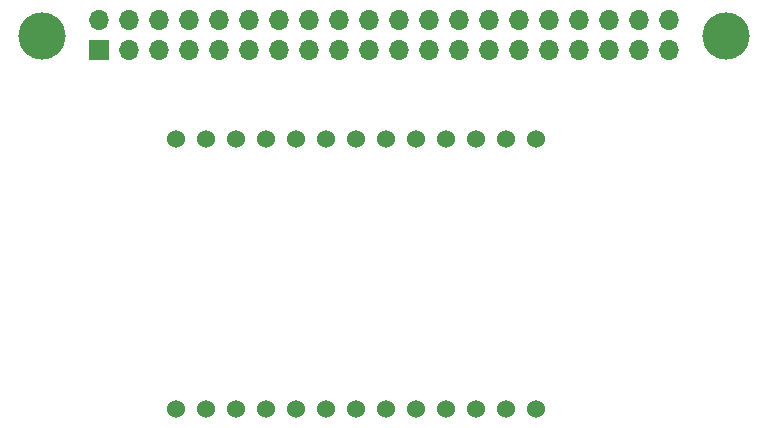
<source format=gbr>
%TF.GenerationSoftware,KiCad,Pcbnew,(7.0.0)*%
%TF.CreationDate,2023-07-17T15:43:14+02:00*%
%TF.ProjectId,SupportPizero,53757070-6f72-4745-9069-7a65726f2e6b,rev?*%
%TF.SameCoordinates,Original*%
%TF.FileFunction,Copper,L2,Bot*%
%TF.FilePolarity,Positive*%
%FSLAX46Y46*%
G04 Gerber Fmt 4.6, Leading zero omitted, Abs format (unit mm)*
G04 Created by KiCad (PCBNEW (7.0.0)) date 2023-07-17 15:43:14*
%MOMM*%
%LPD*%
G01*
G04 APERTURE LIST*
%TA.AperFunction,ComponentPad*%
%ADD10R,1.700000X1.700000*%
%TD*%
%TA.AperFunction,ComponentPad*%
%ADD11O,1.700000X1.700000*%
%TD*%
%TA.AperFunction,ComponentPad*%
%ADD12C,4.000000*%
%TD*%
%TA.AperFunction,ComponentPad*%
%ADD13C,1.524000*%
%TD*%
G04 APERTURE END LIST*
D10*
%TO.P,REF\u002A\u002A,1*%
%TO.N,N/C*%
X59039999Y-57999999D03*
D11*
%TO.P,REF\u002A\u002A,2*%
%TO.N,GND*%
X59039999Y-55459999D03*
%TO.P,REF\u002A\u002A,3*%
%TO.N,Out*%
X61579999Y-57999999D03*
%TO.P,REF\u002A\u002A,4*%
%TO.N,N/C*%
X61579999Y-55459999D03*
%TO.P,REF\u002A\u002A,5*%
X64119999Y-57999999D03*
%TO.P,REF\u002A\u002A,6*%
X64119999Y-55459999D03*
%TO.P,REF\u002A\u002A,7*%
X66659999Y-57999999D03*
%TO.P,REF\u002A\u002A,8*%
X66659999Y-55459999D03*
%TO.P,REF\u002A\u002A,9*%
X69199999Y-57999999D03*
%TO.P,REF\u002A\u002A,10*%
%TO.N,RX*%
X69199999Y-55459999D03*
%TO.P,REF\u002A\u002A,11*%
%TO.N,N/C*%
X71739999Y-57999999D03*
%TO.P,REF\u002A\u002A,12*%
%TO.N,TX*%
X71739999Y-55459999D03*
%TO.P,REF\u002A\u002A,13*%
%TO.N,N/C*%
X74279999Y-57999999D03*
%TO.P,REF\u002A\u002A,14*%
X74279999Y-55459999D03*
%TO.P,REF\u002A\u002A,15*%
X76819999Y-57999999D03*
%TO.P,REF\u002A\u002A,16*%
X76819999Y-55459999D03*
%TO.P,REF\u002A\u002A,17*%
X79359999Y-57999999D03*
%TO.P,REF\u002A\u002A,18*%
X79359999Y-55459999D03*
%TO.P,REF\u002A\u002A,19*%
X81899999Y-57999999D03*
%TO.P,REF\u002A\u002A,20*%
X81899999Y-55459999D03*
%TO.P,REF\u002A\u002A,21*%
X84439999Y-57999999D03*
%TO.P,REF\u002A\u002A,22*%
X84439999Y-55459999D03*
%TO.P,REF\u002A\u002A,23*%
X86979999Y-57999999D03*
%TO.P,REF\u002A\u002A,24*%
X86979999Y-55459999D03*
%TO.P,REF\u002A\u002A,25*%
X89519999Y-57999999D03*
%TO.P,REF\u002A\u002A,26*%
X89519999Y-55459999D03*
%TO.P,REF\u002A\u002A,27*%
X92059999Y-57999999D03*
%TO.P,REF\u002A\u002A,28*%
X92059999Y-55459999D03*
%TO.P,REF\u002A\u002A,29*%
X94599999Y-57999999D03*
%TO.P,REF\u002A\u002A,30*%
X94599999Y-55459999D03*
%TO.P,REF\u002A\u002A,31*%
X97139999Y-57999999D03*
%TO.P,REF\u002A\u002A,32*%
X97139999Y-55459999D03*
%TO.P,REF\u002A\u002A,33*%
X99679999Y-57999999D03*
%TO.P,REF\u002A\u002A,34*%
X99679999Y-55459999D03*
%TO.P,REF\u002A\u002A,35*%
X102219999Y-57999999D03*
%TO.P,REF\u002A\u002A,36*%
X102219999Y-55459999D03*
%TO.P,REF\u002A\u002A,37*%
X104759999Y-57999999D03*
%TO.P,REF\u002A\u002A,38*%
X104759999Y-55459999D03*
%TO.P,REF\u002A\u002A,39*%
%TO.N,+*%
X107299999Y-57999999D03*
%TO.P,REF\u002A\u002A,40*%
%TO.N,N/C*%
X107299999Y-55459999D03*
%TD*%
D12*
%TO.P,REF\u002A\u002A,1*%
%TO.N,GND*%
X54229000Y-56769000D03*
%TD*%
%TO.P,REF\u002A\u002A,1*%
%TO.N,GND*%
X112141000Y-56769000D03*
%TD*%
D13*
%TO.P,Alhora,0*%
%TO.N,N/C*%
X96080000Y-65500000D03*
%TO.P,Alhora,1*%
X93540000Y-65500000D03*
%TO.P,Alhora,2*%
X91000000Y-65500000D03*
%TO.P,Alhora,4*%
X85920000Y-65500000D03*
%TO.P,Alhora,5*%
X83380000Y-65500000D03*
%TO.P,Alhora,6*%
X80840000Y-65500000D03*
%TO.P,Alhora,7*%
X78300000Y-65500000D03*
%TO.P,Alhora,8*%
X75760000Y-65500000D03*
%TO.P,Alhora,9*%
X73220000Y-65500000D03*
%TO.P,Alhora,10*%
X70680000Y-65500000D03*
%TO.P,Alhora,11*%
X68140000Y-65500000D03*
%TO.P,Alhora,12*%
X65600000Y-65500000D03*
%TO.P,Alhora,13*%
X93540000Y-88360000D03*
X96080000Y-88360000D03*
%TO.P,Alhora,14*%
X91000000Y-88360000D03*
%TO.P,Alhora,15*%
X88460000Y-88360000D03*
%TO.P,Alhora,16*%
X85920000Y-88360000D03*
%TO.P,Alhora,19*%
X78300000Y-88360000D03*
%TO.P,Alhora,20*%
X75760000Y-88360000D03*
%TO.P,Alhora,21*%
X73220000Y-88360000D03*
%TO.P,Alhora,22*%
X70680000Y-88360000D03*
%TO.P,Alhora,23*%
X68140000Y-88360000D03*
%TO.P,Alhora,24*%
X65600000Y-88360000D03*
%TO.P,Alhora,GND*%
%TO.N,GND*%
X88460000Y-65500000D03*
%TO.P,Alhora,RX*%
%TO.N,RX*%
X83380000Y-88360000D03*
%TO.P,Alhora,TX*%
%TO.N,TX*%
X80840000Y-88360000D03*
%TD*%
M02*

</source>
